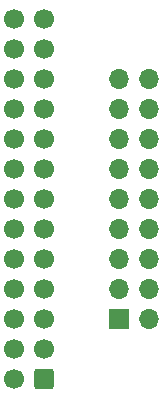
<source format=gbr>
%TF.GenerationSoftware,KiCad,Pcbnew,7.0.11*%
%TF.CreationDate,2025-03-12T11:36:08+01:00*%
%TF.ProjectId,pal-2-sd-shield-adapter,70616c2d-322d-4736-942d-736869656c64,rev?*%
%TF.SameCoordinates,Original*%
%TF.FileFunction,Soldermask,Bot*%
%TF.FilePolarity,Negative*%
%FSLAX46Y46*%
G04 Gerber Fmt 4.6, Leading zero omitted, Abs format (unit mm)*
G04 Created by KiCad (PCBNEW 7.0.11) date 2025-03-12 11:36:08*
%MOMM*%
%LPD*%
G01*
G04 APERTURE LIST*
G04 Aperture macros list*
%AMRoundRect*
0 Rectangle with rounded corners*
0 $1 Rounding radius*
0 $2 $3 $4 $5 $6 $7 $8 $9 X,Y pos of 4 corners*
0 Add a 4 corners polygon primitive as box body*
4,1,4,$2,$3,$4,$5,$6,$7,$8,$9,$2,$3,0*
0 Add four circle primitives for the rounded corners*
1,1,$1+$1,$2,$3*
1,1,$1+$1,$4,$5*
1,1,$1+$1,$6,$7*
1,1,$1+$1,$8,$9*
0 Add four rect primitives between the rounded corners*
20,1,$1+$1,$2,$3,$4,$5,0*
20,1,$1+$1,$4,$5,$6,$7,0*
20,1,$1+$1,$6,$7,$8,$9,0*
20,1,$1+$1,$8,$9,$2,$3,0*%
G04 Aperture macros list end*
%ADD10RoundRect,0.250000X0.600000X0.600000X-0.600000X0.600000X-0.600000X-0.600000X0.600000X-0.600000X0*%
%ADD11C,1.700000*%
%ADD12R,1.700000X1.700000*%
%ADD13O,1.700000X1.700000*%
G04 APERTURE END LIST*
D10*
%TO.C,J1*%
X74740000Y-105870000D03*
D11*
X72200000Y-105870000D03*
X74740000Y-103330000D03*
X72200000Y-103330000D03*
X74740000Y-100790000D03*
X72200000Y-100790000D03*
X74740000Y-98250000D03*
X72200000Y-98250000D03*
X74740000Y-95710000D03*
X72200000Y-95710000D03*
X74740000Y-93170000D03*
X72200000Y-93170000D03*
X74740000Y-90630000D03*
X72200000Y-90630000D03*
X74740000Y-88090000D03*
X72200000Y-88090000D03*
X74740000Y-85550000D03*
X72200000Y-85550000D03*
X74740000Y-83010000D03*
X72200000Y-83010000D03*
X74740000Y-80470000D03*
X72200000Y-80470000D03*
X74740000Y-77930000D03*
X72200000Y-77930000D03*
X74740000Y-75390000D03*
X72200000Y-75390000D03*
%TD*%
D12*
%TO.C,J2*%
X81055000Y-100790000D03*
D13*
X83595000Y-100790000D03*
X81055000Y-98250000D03*
X83595000Y-98250000D03*
X81055000Y-95710000D03*
X83595000Y-95710000D03*
X81055000Y-93170000D03*
X83595000Y-93170000D03*
X81055000Y-90630000D03*
X83595000Y-90630000D03*
X81055000Y-88090000D03*
X83595000Y-88090000D03*
X81055000Y-85550000D03*
X83595000Y-85550000D03*
X81055000Y-83010000D03*
X83595000Y-83010000D03*
X81055000Y-80470000D03*
X83595000Y-80470000D03*
%TD*%
M02*

</source>
